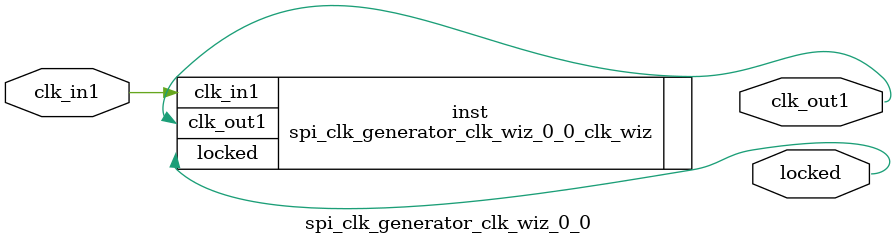
<source format=v>


`timescale 1ps/1ps

(* CORE_GENERATION_INFO = "spi_clk_generator_clk_wiz_0_0,clk_wiz_v6_0_1_0_0,{component_name=spi_clk_generator_clk_wiz_0_0,use_phase_alignment=true,use_min_o_jitter=false,use_max_i_jitter=false,use_dyn_phase_shift=false,use_inclk_switchover=false,use_dyn_reconfig=false,enable_axi=0,feedback_source=FDBK_AUTO,PRIMITIVE=MMCM,num_out_clk=1,clkin1_period=10.000,clkin2_period=10.000,use_power_down=false,use_reset=false,use_locked=true,use_inclk_stopped=false,feedback_type=SINGLE,CLOCK_MGR_TYPE=NA,manual_override=false}" *)

module spi_clk_generator_clk_wiz_0_0 
 (
  // Clock out ports
  output        clk_out1,
  // Status and control signals
  output        locked,
 // Clock in ports
  input         clk_in1
 );

  spi_clk_generator_clk_wiz_0_0_clk_wiz inst
  (
  // Clock out ports  
  .clk_out1(clk_out1),
  // Status and control signals               
  .locked(locked),
 // Clock in ports
  .clk_in1(clk_in1)
  );

endmodule

</source>
